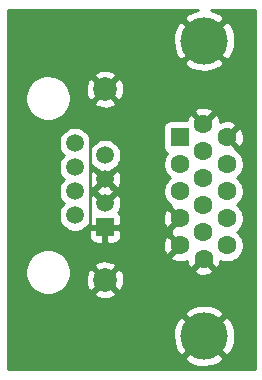
<source format=gtl>
G04 #@! TF.GenerationSoftware,KiCad,Pcbnew,(5.1.8)-1*
G04 #@! TF.CreationDate,2023-06-17T02:04:58+09:00*
G04 #@! TF.ProjectId,VGAFRJ45,56474146-524a-4343-952e-6b696361645f,rev?*
G04 #@! TF.SameCoordinates,PX9157080PY791ddc0*
G04 #@! TF.FileFunction,Copper,L1,Top*
G04 #@! TF.FilePolarity,Positive*
%FSLAX46Y46*%
G04 Gerber Fmt 4.6, Leading zero omitted, Abs format (unit mm)*
G04 Created by KiCad (PCBNEW (5.1.8)-1) date 2023-06-17 02:04:58*
%MOMM*%
%LPD*%
G01*
G04 APERTURE LIST*
G04 #@! TA.AperFunction,ComponentPad*
%ADD10C,2.000000*%
G04 #@! TD*
G04 #@! TA.AperFunction,ComponentPad*
%ADD11C,1.500000*%
G04 #@! TD*
G04 #@! TA.AperFunction,ComponentPad*
%ADD12R,1.500000X1.500000*%
G04 #@! TD*
G04 #@! TA.AperFunction,ComponentPad*
%ADD13C,1.600000*%
G04 #@! TD*
G04 #@! TA.AperFunction,ComponentPad*
%ADD14C,4.000000*%
G04 #@! TD*
G04 #@! TA.AperFunction,ComponentPad*
%ADD15R,1.600000X1.600000*%
G04 #@! TD*
G04 #@! TA.AperFunction,ViaPad*
%ADD16C,0.800000*%
G04 #@! TD*
G04 #@! TA.AperFunction,Conductor*
%ADD17C,0.250000*%
G04 #@! TD*
G04 #@! TA.AperFunction,Conductor*
%ADD18C,0.254000*%
G04 #@! TD*
G04 #@! TA.AperFunction,Conductor*
%ADD19C,0.100000*%
G04 #@! TD*
G04 APERTURE END LIST*
D10*
X8890000Y24384000D03*
X8890000Y8255000D03*
D11*
X6350000Y19812000D03*
X6350000Y13716000D03*
X8890000Y14732000D03*
X6350000Y15748000D03*
X8890000Y16764000D03*
X6350000Y17780000D03*
X8890000Y18796000D03*
D12*
X8890000Y12700000D03*
D13*
X17240000Y10033000D03*
D14*
X17290000Y28505000D03*
X17290000Y3505000D03*
D13*
X19200000Y11160000D03*
X19200000Y13450000D03*
X19200000Y15740000D03*
X19200000Y18030000D03*
X19200000Y20320000D03*
X17220000Y12305000D03*
X17220000Y14595000D03*
X17220000Y16885000D03*
X17220000Y19175000D03*
X17220000Y21465000D03*
X15240000Y11160000D03*
X15240000Y13450000D03*
X15240000Y15740000D03*
X15240000Y18030000D03*
D15*
X15240000Y20320000D03*
D16*
X7620000Y22479000D03*
D17*
X8763000Y12827000D02*
X8890000Y12700000D01*
X7620000Y12827000D02*
X8763000Y12827000D01*
X7620000Y22479000D02*
X7620000Y12827000D01*
D18*
X16255474Y30942279D02*
X15838228Y30719258D01*
X15622106Y30352499D01*
X17290000Y28684605D01*
X18957894Y30352499D01*
X18741772Y30719258D01*
X18281895Y30959938D01*
X17839287Y31090000D01*
X21565001Y31090000D01*
X21565000Y660000D01*
X660000Y660000D01*
X660000Y1657501D01*
X15622106Y1657501D01*
X15838228Y1290742D01*
X16298105Y1050062D01*
X16796098Y903725D01*
X17313071Y857352D01*
X17829159Y912727D01*
X18324526Y1067721D01*
X18741772Y1290742D01*
X18957894Y1657501D01*
X17290000Y3325395D01*
X15622106Y1657501D01*
X660000Y1657501D01*
X660000Y3481929D01*
X14642352Y3481929D01*
X14697727Y2965841D01*
X14852721Y2470474D01*
X15075742Y2053228D01*
X15442501Y1837106D01*
X17110395Y3505000D01*
X17469605Y3505000D01*
X19137499Y1837106D01*
X19504258Y2053228D01*
X19744938Y2513105D01*
X19891275Y3011098D01*
X19937648Y3528071D01*
X19882273Y4044159D01*
X19727279Y4539526D01*
X19504258Y4956772D01*
X19137499Y5172894D01*
X17469605Y3505000D01*
X17110395Y3505000D01*
X15442501Y5172894D01*
X15075742Y4956772D01*
X14835062Y4496895D01*
X14688725Y3998902D01*
X14642352Y3481929D01*
X660000Y3481929D01*
X660000Y5352499D01*
X15622106Y5352499D01*
X17290000Y3684605D01*
X18957894Y5352499D01*
X18741772Y5719258D01*
X18281895Y5959938D01*
X17783902Y6106275D01*
X17266929Y6152648D01*
X16750841Y6097273D01*
X16255474Y5942279D01*
X15838228Y5719258D01*
X15622106Y5352499D01*
X660000Y5352499D01*
X660000Y9080581D01*
X2129000Y9080581D01*
X2129000Y8699419D01*
X2203361Y8325581D01*
X2349225Y7973434D01*
X2560987Y7656509D01*
X2830509Y7386987D01*
X3147434Y7175225D01*
X3499581Y7029361D01*
X3873419Y6955000D01*
X4254581Y6955000D01*
X4628419Y7029361D01*
X4846243Y7119587D01*
X7934192Y7119587D01*
X8029956Y6855186D01*
X8319571Y6714296D01*
X8631108Y6632616D01*
X8952595Y6613282D01*
X9271675Y6657039D01*
X9576088Y6762205D01*
X9750044Y6855186D01*
X9845808Y7119587D01*
X8890000Y8075395D01*
X7934192Y7119587D01*
X4846243Y7119587D01*
X4980566Y7175225D01*
X5297491Y7386987D01*
X5567013Y7656509D01*
X5778775Y7973434D01*
X5869475Y8192405D01*
X7248282Y8192405D01*
X7292039Y7873325D01*
X7397205Y7568912D01*
X7490186Y7394956D01*
X7754587Y7299192D01*
X8710395Y8255000D01*
X9069605Y8255000D01*
X10025413Y7299192D01*
X10289814Y7394956D01*
X10430704Y7684571D01*
X10512384Y7996108D01*
X10531718Y8317595D01*
X10487961Y8636675D01*
X10382795Y8941088D01*
X10329767Y9040298D01*
X16426903Y9040298D01*
X16498486Y8796329D01*
X16753996Y8675429D01*
X17028184Y8606700D01*
X17310512Y8592783D01*
X17590130Y8634213D01*
X17856292Y8729397D01*
X17981514Y8796329D01*
X18053097Y9040298D01*
X17240000Y9853395D01*
X16426903Y9040298D01*
X10329767Y9040298D01*
X10289814Y9115044D01*
X10025413Y9210808D01*
X9069605Y8255000D01*
X8710395Y8255000D01*
X7754587Y9210808D01*
X7490186Y9115044D01*
X7349296Y8825429D01*
X7267616Y8513892D01*
X7248282Y8192405D01*
X5869475Y8192405D01*
X5924639Y8325581D01*
X5999000Y8699419D01*
X5999000Y9080581D01*
X5937371Y9390413D01*
X7934192Y9390413D01*
X8890000Y8434605D01*
X9845808Y9390413D01*
X9750044Y9654814D01*
X9460429Y9795704D01*
X9148892Y9877384D01*
X8827405Y9896718D01*
X8508325Y9852961D01*
X8203912Y9747795D01*
X8029956Y9654814D01*
X7934192Y9390413D01*
X5937371Y9390413D01*
X5924639Y9454419D01*
X5778775Y9806566D01*
X5567013Y10123491D01*
X5297491Y10393013D01*
X4980566Y10604775D01*
X4628419Y10750639D01*
X4254581Y10825000D01*
X3873419Y10825000D01*
X3499581Y10750639D01*
X3147434Y10604775D01*
X2830509Y10393013D01*
X2560987Y10123491D01*
X2349225Y9806566D01*
X2203361Y9454419D01*
X2129000Y9080581D01*
X660000Y9080581D01*
X660000Y11089488D01*
X13799783Y11089488D01*
X13841213Y10809870D01*
X13936397Y10543708D01*
X14003329Y10418486D01*
X14247298Y10346903D01*
X15060395Y11160000D01*
X14247298Y11973097D01*
X14003329Y11901514D01*
X13882429Y11646004D01*
X13813700Y11371816D01*
X13799783Y11089488D01*
X660000Y11089488D01*
X660000Y11950000D01*
X7501928Y11950000D01*
X7514188Y11825518D01*
X7550498Y11705820D01*
X7609463Y11595506D01*
X7688815Y11498815D01*
X7785506Y11419463D01*
X7895820Y11360498D01*
X8015518Y11324188D01*
X8140000Y11311928D01*
X8604250Y11315000D01*
X8763000Y11473750D01*
X8763000Y12573000D01*
X9017000Y12573000D01*
X9017000Y11473750D01*
X9175750Y11315000D01*
X9640000Y11311928D01*
X9764482Y11324188D01*
X9884180Y11360498D01*
X9994494Y11419463D01*
X10091185Y11498815D01*
X10170537Y11595506D01*
X10229502Y11705820D01*
X10265812Y11825518D01*
X10278072Y11950000D01*
X10275000Y12414250D01*
X10116250Y12573000D01*
X9017000Y12573000D01*
X8763000Y12573000D01*
X7663750Y12573000D01*
X7505000Y12414250D01*
X7501928Y11950000D01*
X660000Y11950000D01*
X660000Y19948411D01*
X4965000Y19948411D01*
X4965000Y19675589D01*
X5018225Y19408011D01*
X5122629Y19155957D01*
X5274201Y18929114D01*
X5407315Y18796000D01*
X5274201Y18662886D01*
X5122629Y18436043D01*
X5018225Y18183989D01*
X4965000Y17916411D01*
X4965000Y17643589D01*
X5018225Y17376011D01*
X5122629Y17123957D01*
X5274201Y16897114D01*
X5407315Y16764000D01*
X5274201Y16630886D01*
X5122629Y16404043D01*
X5018225Y16151989D01*
X4965000Y15884411D01*
X4965000Y15611589D01*
X5018225Y15344011D01*
X5122629Y15091957D01*
X5274201Y14865114D01*
X5407315Y14732000D01*
X5274201Y14598886D01*
X5122629Y14372043D01*
X5018225Y14119989D01*
X4965000Y13852411D01*
X4965000Y13579589D01*
X5018225Y13312011D01*
X5122629Y13059957D01*
X5274201Y12833114D01*
X5467114Y12640201D01*
X5693957Y12488629D01*
X5946011Y12384225D01*
X6213589Y12331000D01*
X6486411Y12331000D01*
X6753989Y12384225D01*
X7006043Y12488629D01*
X7232886Y12640201D01*
X7425799Y12833114D01*
X7518660Y12972090D01*
X7663750Y12827000D01*
X8763000Y12827000D01*
X8763000Y12847000D01*
X9017000Y12847000D01*
X9017000Y12827000D01*
X10116250Y12827000D01*
X10275000Y12985750D01*
X10277605Y13379488D01*
X13799783Y13379488D01*
X13841213Y13099870D01*
X13936397Y12833708D01*
X14003329Y12708486D01*
X14247298Y12636903D01*
X15060395Y13450000D01*
X14247298Y14263097D01*
X14003329Y14191514D01*
X13882429Y13936004D01*
X13813700Y13661816D01*
X13799783Y13379488D01*
X10277605Y13379488D01*
X10278072Y13450000D01*
X10265812Y13574482D01*
X10229502Y13694180D01*
X10170537Y13804494D01*
X10091185Y13901185D01*
X9994494Y13980537D01*
X9976521Y13990144D01*
X10085860Y14020137D01*
X10201760Y14267116D01*
X10267250Y14531960D01*
X10279812Y14804492D01*
X10238965Y15074238D01*
X10146277Y15330832D01*
X10085860Y15443863D01*
X9846993Y15509388D01*
X9069605Y14732000D01*
X9083748Y14717857D01*
X8904143Y14538252D01*
X8890000Y14552395D01*
X8875858Y14538252D01*
X8696253Y14717857D01*
X8710395Y14732000D01*
X7933007Y15509388D01*
X7702070Y15446038D01*
X7735000Y15611589D01*
X7735000Y15807007D01*
X8112612Y15807007D01*
X8128799Y15748000D01*
X8112612Y15688993D01*
X8157222Y15644383D01*
X8178137Y15568140D01*
X8282386Y15519219D01*
X8890000Y14911605D01*
X9484583Y15506188D01*
X9488832Y15507723D01*
X9601863Y15568140D01*
X9622778Y15644383D01*
X9667388Y15688993D01*
X9651201Y15748000D01*
X9667388Y15807007D01*
X9622778Y15851617D01*
X9601863Y15927860D01*
X9497614Y15976781D01*
X8890000Y16584395D01*
X8295417Y15989812D01*
X8291168Y15988277D01*
X8178137Y15927860D01*
X8157222Y15851617D01*
X8112612Y15807007D01*
X7735000Y15807007D01*
X7735000Y15884411D01*
X7702070Y16049962D01*
X7933007Y15986612D01*
X8710395Y16764000D01*
X9069605Y16764000D01*
X9846993Y15986612D01*
X10085860Y16052137D01*
X10201760Y16299116D01*
X10267250Y16563960D01*
X10279812Y16836492D01*
X10238965Y17106238D01*
X10146277Y17362832D01*
X10085860Y17475863D01*
X9846993Y17541388D01*
X9069605Y16764000D01*
X8710395Y16764000D01*
X7933007Y17541388D01*
X7702070Y17478038D01*
X7735000Y17643589D01*
X7735000Y17916411D01*
X7702362Y18080493D01*
X7814201Y17913114D01*
X8007114Y17720201D01*
X8233957Y17568629D01*
X8286910Y17546695D01*
X8890000Y16943605D01*
X9493090Y17546695D01*
X9546043Y17568629D01*
X9772886Y17720201D01*
X9965799Y17913114D01*
X10117371Y18139957D01*
X10221775Y18392011D01*
X10275000Y18659589D01*
X10275000Y18932411D01*
X10221775Y19199989D01*
X10117371Y19452043D01*
X9965799Y19678886D01*
X9772886Y19871799D01*
X9546043Y20023371D01*
X9293989Y20127775D01*
X9026411Y20181000D01*
X8753589Y20181000D01*
X8486011Y20127775D01*
X8233957Y20023371D01*
X8007114Y19871799D01*
X7814201Y19678886D01*
X7702362Y19511507D01*
X7735000Y19675589D01*
X7735000Y19948411D01*
X7681775Y20215989D01*
X7577371Y20468043D01*
X7425799Y20694886D01*
X7232886Y20887799D01*
X7006043Y21039371D01*
X6811388Y21120000D01*
X13801928Y21120000D01*
X13801928Y19520000D01*
X13814188Y19395518D01*
X13850498Y19275820D01*
X13909463Y19165506D01*
X13988815Y19068815D01*
X14085506Y18989463D01*
X14140612Y18960008D01*
X14125363Y18944759D01*
X13968320Y18709727D01*
X13860147Y18448574D01*
X13805000Y18171335D01*
X13805000Y17888665D01*
X13860147Y17611426D01*
X13968320Y17350273D01*
X14125363Y17115241D01*
X14325241Y16915363D01*
X14370683Y16885000D01*
X14325241Y16854637D01*
X14125363Y16654759D01*
X13968320Y16419727D01*
X13860147Y16158574D01*
X13805000Y15881335D01*
X13805000Y15598665D01*
X13860147Y15321426D01*
X13968320Y15060273D01*
X14125363Y14825241D01*
X14325241Y14625363D01*
X14455049Y14538628D01*
X14426903Y14442702D01*
X15240000Y13629605D01*
X15254143Y13643747D01*
X15433748Y13464142D01*
X15419605Y13450000D01*
X15433748Y13435857D01*
X15254143Y13256252D01*
X15240000Y13270395D01*
X14426903Y12457298D01*
X14471589Y12305000D01*
X14426903Y12152702D01*
X15240000Y11339605D01*
X15254143Y11353747D01*
X15433748Y11174142D01*
X15419605Y11160000D01*
X15433748Y11145857D01*
X15254143Y10966252D01*
X15240000Y10980395D01*
X14426903Y10167298D01*
X14498486Y9923329D01*
X14753996Y9802429D01*
X15028184Y9733700D01*
X15310512Y9719783D01*
X15590130Y9761213D01*
X15817555Y9842544D01*
X15841213Y9682870D01*
X15936397Y9416708D01*
X16003329Y9291486D01*
X16247298Y9219903D01*
X17060395Y10033000D01*
X17046253Y10047142D01*
X17225858Y10226747D01*
X17240000Y10212605D01*
X17254143Y10226747D01*
X17433748Y10047142D01*
X17419605Y10033000D01*
X18232702Y9219903D01*
X18476671Y9291486D01*
X18597571Y9546996D01*
X18666300Y9821184D01*
X18666621Y9827701D01*
X18781426Y9780147D01*
X19058665Y9725000D01*
X19341335Y9725000D01*
X19618574Y9780147D01*
X19879727Y9888320D01*
X20114759Y10045363D01*
X20314637Y10245241D01*
X20471680Y10480273D01*
X20579853Y10741426D01*
X20635000Y11018665D01*
X20635000Y11301335D01*
X20579853Y11578574D01*
X20471680Y11839727D01*
X20314637Y12074759D01*
X20114759Y12274637D01*
X20069317Y12305000D01*
X20114759Y12335363D01*
X20314637Y12535241D01*
X20471680Y12770273D01*
X20579853Y13031426D01*
X20635000Y13308665D01*
X20635000Y13591335D01*
X20579853Y13868574D01*
X20471680Y14129727D01*
X20314637Y14364759D01*
X20114759Y14564637D01*
X20069317Y14595000D01*
X20114759Y14625363D01*
X20314637Y14825241D01*
X20471680Y15060273D01*
X20579853Y15321426D01*
X20635000Y15598665D01*
X20635000Y15881335D01*
X20579853Y16158574D01*
X20471680Y16419727D01*
X20314637Y16654759D01*
X20114759Y16854637D01*
X20069317Y16885000D01*
X20114759Y16915363D01*
X20314637Y17115241D01*
X20471680Y17350273D01*
X20579853Y17611426D01*
X20635000Y17888665D01*
X20635000Y18171335D01*
X20579853Y18448574D01*
X20471680Y18709727D01*
X20314637Y18944759D01*
X20114759Y19144637D01*
X19984951Y19231372D01*
X20013097Y19327298D01*
X19200000Y20140395D01*
X19185858Y20126252D01*
X19006253Y20305857D01*
X19020395Y20320000D01*
X19379605Y20320000D01*
X20192702Y19506903D01*
X20436671Y19578486D01*
X20557571Y19833996D01*
X20626300Y20108184D01*
X20640217Y20390512D01*
X20598787Y20670130D01*
X20503603Y20936292D01*
X20436671Y21061514D01*
X20192702Y21133097D01*
X19379605Y20320000D01*
X19020395Y20320000D01*
X19006253Y20334142D01*
X19185858Y20513747D01*
X19200000Y20499605D01*
X20013097Y21312702D01*
X19941514Y21556671D01*
X19686004Y21677571D01*
X19411816Y21746300D01*
X19129488Y21760217D01*
X18849870Y21718787D01*
X18643972Y21645154D01*
X18618787Y21815130D01*
X18523603Y22081292D01*
X18456671Y22206514D01*
X18212702Y22278097D01*
X17399605Y21465000D01*
X17413748Y21450857D01*
X17234143Y21271252D01*
X17220000Y21285395D01*
X17205858Y21271252D01*
X17026253Y21450857D01*
X17040395Y21465000D01*
X16227298Y22278097D01*
X15983329Y22206514D01*
X15862429Y21951004D01*
X15814068Y21758072D01*
X14440000Y21758072D01*
X14315518Y21745812D01*
X14195820Y21709502D01*
X14085506Y21650537D01*
X13988815Y21571185D01*
X13909463Y21474494D01*
X13850498Y21364180D01*
X13814188Y21244482D01*
X13801928Y21120000D01*
X6811388Y21120000D01*
X6753989Y21143775D01*
X6486411Y21197000D01*
X6213589Y21197000D01*
X5946011Y21143775D01*
X5693957Y21039371D01*
X5467114Y20887799D01*
X5274201Y20694886D01*
X5122629Y20468043D01*
X5018225Y20215989D01*
X4965000Y19948411D01*
X660000Y19948411D01*
X660000Y23812581D01*
X2129000Y23812581D01*
X2129000Y23431419D01*
X2203361Y23057581D01*
X2349225Y22705434D01*
X2560987Y22388509D01*
X2830509Y22118987D01*
X3147434Y21907225D01*
X3499581Y21761361D01*
X3873419Y21687000D01*
X4254581Y21687000D01*
X4628419Y21761361D01*
X4980566Y21907225D01*
X5297491Y22118987D01*
X5567013Y22388509D01*
X5613246Y22457702D01*
X16406903Y22457702D01*
X17220000Y21644605D01*
X18033097Y22457702D01*
X17961514Y22701671D01*
X17706004Y22822571D01*
X17431816Y22891300D01*
X17149488Y22905217D01*
X16869870Y22863787D01*
X16603708Y22768603D01*
X16478486Y22701671D01*
X16406903Y22457702D01*
X5613246Y22457702D01*
X5778775Y22705434D01*
X5924639Y23057581D01*
X5962632Y23248587D01*
X7934192Y23248587D01*
X8029956Y22984186D01*
X8319571Y22843296D01*
X8631108Y22761616D01*
X8952595Y22742282D01*
X9271675Y22786039D01*
X9576088Y22891205D01*
X9750044Y22984186D01*
X9845808Y23248587D01*
X8890000Y24204395D01*
X7934192Y23248587D01*
X5962632Y23248587D01*
X5999000Y23431419D01*
X5999000Y23812581D01*
X5924639Y24186419D01*
X5868726Y24321405D01*
X7248282Y24321405D01*
X7292039Y24002325D01*
X7397205Y23697912D01*
X7490186Y23523956D01*
X7754587Y23428192D01*
X8710395Y24384000D01*
X9069605Y24384000D01*
X10025413Y23428192D01*
X10289814Y23523956D01*
X10430704Y23813571D01*
X10512384Y24125108D01*
X10531718Y24446595D01*
X10487961Y24765675D01*
X10382795Y25070088D01*
X10289814Y25244044D01*
X10025413Y25339808D01*
X9069605Y24384000D01*
X8710395Y24384000D01*
X7754587Y25339808D01*
X7490186Y25244044D01*
X7349296Y24954429D01*
X7267616Y24642892D01*
X7248282Y24321405D01*
X5868726Y24321405D01*
X5778775Y24538566D01*
X5567013Y24855491D01*
X5297491Y25125013D01*
X4980566Y25336775D01*
X4628419Y25482639D01*
X4443544Y25519413D01*
X7934192Y25519413D01*
X8890000Y24563605D01*
X9845808Y25519413D01*
X9750044Y25783814D01*
X9460429Y25924704D01*
X9148892Y26006384D01*
X8827405Y26025718D01*
X8508325Y25981961D01*
X8203912Y25876795D01*
X8029956Y25783814D01*
X7934192Y25519413D01*
X4443544Y25519413D01*
X4254581Y25557000D01*
X3873419Y25557000D01*
X3499581Y25482639D01*
X3147434Y25336775D01*
X2830509Y25125013D01*
X2560987Y24855491D01*
X2349225Y24538566D01*
X2203361Y24186419D01*
X2129000Y23812581D01*
X660000Y23812581D01*
X660000Y26657501D01*
X15622106Y26657501D01*
X15838228Y26290742D01*
X16298105Y26050062D01*
X16796098Y25903725D01*
X17313071Y25857352D01*
X17829159Y25912727D01*
X18324526Y26067721D01*
X18741772Y26290742D01*
X18957894Y26657501D01*
X17290000Y28325395D01*
X15622106Y26657501D01*
X660000Y26657501D01*
X660000Y28481929D01*
X14642352Y28481929D01*
X14697727Y27965841D01*
X14852721Y27470474D01*
X15075742Y27053228D01*
X15442501Y26837106D01*
X17110395Y28505000D01*
X17469605Y28505000D01*
X19137499Y26837106D01*
X19504258Y27053228D01*
X19744938Y27513105D01*
X19891275Y28011098D01*
X19937648Y28528071D01*
X19882273Y29044159D01*
X19727279Y29539526D01*
X19504258Y29956772D01*
X19137499Y30172894D01*
X17469605Y28505000D01*
X17110395Y28505000D01*
X15442501Y30172894D01*
X15075742Y29956772D01*
X14835062Y29496895D01*
X14688725Y28998902D01*
X14642352Y28481929D01*
X660000Y28481929D01*
X660000Y31090000D01*
X16727596Y31090000D01*
X16255474Y30942279D01*
G04 #@! TA.AperFunction,Conductor*
D19*
G36*
X16255474Y30942279D02*
G01*
X15838228Y30719258D01*
X15622106Y30352499D01*
X17290000Y28684605D01*
X18957894Y30352499D01*
X18741772Y30719258D01*
X18281895Y30959938D01*
X17839287Y31090000D01*
X21565001Y31090000D01*
X21565000Y660000D01*
X660000Y660000D01*
X660000Y1657501D01*
X15622106Y1657501D01*
X15838228Y1290742D01*
X16298105Y1050062D01*
X16796098Y903725D01*
X17313071Y857352D01*
X17829159Y912727D01*
X18324526Y1067721D01*
X18741772Y1290742D01*
X18957894Y1657501D01*
X17290000Y3325395D01*
X15622106Y1657501D01*
X660000Y1657501D01*
X660000Y3481929D01*
X14642352Y3481929D01*
X14697727Y2965841D01*
X14852721Y2470474D01*
X15075742Y2053228D01*
X15442501Y1837106D01*
X17110395Y3505000D01*
X17469605Y3505000D01*
X19137499Y1837106D01*
X19504258Y2053228D01*
X19744938Y2513105D01*
X19891275Y3011098D01*
X19937648Y3528071D01*
X19882273Y4044159D01*
X19727279Y4539526D01*
X19504258Y4956772D01*
X19137499Y5172894D01*
X17469605Y3505000D01*
X17110395Y3505000D01*
X15442501Y5172894D01*
X15075742Y4956772D01*
X14835062Y4496895D01*
X14688725Y3998902D01*
X14642352Y3481929D01*
X660000Y3481929D01*
X660000Y5352499D01*
X15622106Y5352499D01*
X17290000Y3684605D01*
X18957894Y5352499D01*
X18741772Y5719258D01*
X18281895Y5959938D01*
X17783902Y6106275D01*
X17266929Y6152648D01*
X16750841Y6097273D01*
X16255474Y5942279D01*
X15838228Y5719258D01*
X15622106Y5352499D01*
X660000Y5352499D01*
X660000Y9080581D01*
X2129000Y9080581D01*
X2129000Y8699419D01*
X2203361Y8325581D01*
X2349225Y7973434D01*
X2560987Y7656509D01*
X2830509Y7386987D01*
X3147434Y7175225D01*
X3499581Y7029361D01*
X3873419Y6955000D01*
X4254581Y6955000D01*
X4628419Y7029361D01*
X4846243Y7119587D01*
X7934192Y7119587D01*
X8029956Y6855186D01*
X8319571Y6714296D01*
X8631108Y6632616D01*
X8952595Y6613282D01*
X9271675Y6657039D01*
X9576088Y6762205D01*
X9750044Y6855186D01*
X9845808Y7119587D01*
X8890000Y8075395D01*
X7934192Y7119587D01*
X4846243Y7119587D01*
X4980566Y7175225D01*
X5297491Y7386987D01*
X5567013Y7656509D01*
X5778775Y7973434D01*
X5869475Y8192405D01*
X7248282Y8192405D01*
X7292039Y7873325D01*
X7397205Y7568912D01*
X7490186Y7394956D01*
X7754587Y7299192D01*
X8710395Y8255000D01*
X9069605Y8255000D01*
X10025413Y7299192D01*
X10289814Y7394956D01*
X10430704Y7684571D01*
X10512384Y7996108D01*
X10531718Y8317595D01*
X10487961Y8636675D01*
X10382795Y8941088D01*
X10329767Y9040298D01*
X16426903Y9040298D01*
X16498486Y8796329D01*
X16753996Y8675429D01*
X17028184Y8606700D01*
X17310512Y8592783D01*
X17590130Y8634213D01*
X17856292Y8729397D01*
X17981514Y8796329D01*
X18053097Y9040298D01*
X17240000Y9853395D01*
X16426903Y9040298D01*
X10329767Y9040298D01*
X10289814Y9115044D01*
X10025413Y9210808D01*
X9069605Y8255000D01*
X8710395Y8255000D01*
X7754587Y9210808D01*
X7490186Y9115044D01*
X7349296Y8825429D01*
X7267616Y8513892D01*
X7248282Y8192405D01*
X5869475Y8192405D01*
X5924639Y8325581D01*
X5999000Y8699419D01*
X5999000Y9080581D01*
X5937371Y9390413D01*
X7934192Y9390413D01*
X8890000Y8434605D01*
X9845808Y9390413D01*
X9750044Y9654814D01*
X9460429Y9795704D01*
X9148892Y9877384D01*
X8827405Y9896718D01*
X8508325Y9852961D01*
X8203912Y9747795D01*
X8029956Y9654814D01*
X7934192Y9390413D01*
X5937371Y9390413D01*
X5924639Y9454419D01*
X5778775Y9806566D01*
X5567013Y10123491D01*
X5297491Y10393013D01*
X4980566Y10604775D01*
X4628419Y10750639D01*
X4254581Y10825000D01*
X3873419Y10825000D01*
X3499581Y10750639D01*
X3147434Y10604775D01*
X2830509Y10393013D01*
X2560987Y10123491D01*
X2349225Y9806566D01*
X2203361Y9454419D01*
X2129000Y9080581D01*
X660000Y9080581D01*
X660000Y11089488D01*
X13799783Y11089488D01*
X13841213Y10809870D01*
X13936397Y10543708D01*
X14003329Y10418486D01*
X14247298Y10346903D01*
X15060395Y11160000D01*
X14247298Y11973097D01*
X14003329Y11901514D01*
X13882429Y11646004D01*
X13813700Y11371816D01*
X13799783Y11089488D01*
X660000Y11089488D01*
X660000Y11950000D01*
X7501928Y11950000D01*
X7514188Y11825518D01*
X7550498Y11705820D01*
X7609463Y11595506D01*
X7688815Y11498815D01*
X7785506Y11419463D01*
X7895820Y11360498D01*
X8015518Y11324188D01*
X8140000Y11311928D01*
X8604250Y11315000D01*
X8763000Y11473750D01*
X8763000Y12573000D01*
X9017000Y12573000D01*
X9017000Y11473750D01*
X9175750Y11315000D01*
X9640000Y11311928D01*
X9764482Y11324188D01*
X9884180Y11360498D01*
X9994494Y11419463D01*
X10091185Y11498815D01*
X10170537Y11595506D01*
X10229502Y11705820D01*
X10265812Y11825518D01*
X10278072Y11950000D01*
X10275000Y12414250D01*
X10116250Y12573000D01*
X9017000Y12573000D01*
X8763000Y12573000D01*
X7663750Y12573000D01*
X7505000Y12414250D01*
X7501928Y11950000D01*
X660000Y11950000D01*
X660000Y19948411D01*
X4965000Y19948411D01*
X4965000Y19675589D01*
X5018225Y19408011D01*
X5122629Y19155957D01*
X5274201Y18929114D01*
X5407315Y18796000D01*
X5274201Y18662886D01*
X5122629Y18436043D01*
X5018225Y18183989D01*
X4965000Y17916411D01*
X4965000Y17643589D01*
X5018225Y17376011D01*
X5122629Y17123957D01*
X5274201Y16897114D01*
X5407315Y16764000D01*
X5274201Y16630886D01*
X5122629Y16404043D01*
X5018225Y16151989D01*
X4965000Y15884411D01*
X4965000Y15611589D01*
X5018225Y15344011D01*
X5122629Y15091957D01*
X5274201Y14865114D01*
X5407315Y14732000D01*
X5274201Y14598886D01*
X5122629Y14372043D01*
X5018225Y14119989D01*
X4965000Y13852411D01*
X4965000Y13579589D01*
X5018225Y13312011D01*
X5122629Y13059957D01*
X5274201Y12833114D01*
X5467114Y12640201D01*
X5693957Y12488629D01*
X5946011Y12384225D01*
X6213589Y12331000D01*
X6486411Y12331000D01*
X6753989Y12384225D01*
X7006043Y12488629D01*
X7232886Y12640201D01*
X7425799Y12833114D01*
X7518660Y12972090D01*
X7663750Y12827000D01*
X8763000Y12827000D01*
X8763000Y12847000D01*
X9017000Y12847000D01*
X9017000Y12827000D01*
X10116250Y12827000D01*
X10275000Y12985750D01*
X10277605Y13379488D01*
X13799783Y13379488D01*
X13841213Y13099870D01*
X13936397Y12833708D01*
X14003329Y12708486D01*
X14247298Y12636903D01*
X15060395Y13450000D01*
X14247298Y14263097D01*
X14003329Y14191514D01*
X13882429Y13936004D01*
X13813700Y13661816D01*
X13799783Y13379488D01*
X10277605Y13379488D01*
X10278072Y13450000D01*
X10265812Y13574482D01*
X10229502Y13694180D01*
X10170537Y13804494D01*
X10091185Y13901185D01*
X9994494Y13980537D01*
X9976521Y13990144D01*
X10085860Y14020137D01*
X10201760Y14267116D01*
X10267250Y14531960D01*
X10279812Y14804492D01*
X10238965Y15074238D01*
X10146277Y15330832D01*
X10085860Y15443863D01*
X9846993Y15509388D01*
X9069605Y14732000D01*
X9083748Y14717857D01*
X8904143Y14538252D01*
X8890000Y14552395D01*
X8875858Y14538252D01*
X8696253Y14717857D01*
X8710395Y14732000D01*
X7933007Y15509388D01*
X7702070Y15446038D01*
X7735000Y15611589D01*
X7735000Y15807007D01*
X8112612Y15807007D01*
X8128799Y15748000D01*
X8112612Y15688993D01*
X8157222Y15644383D01*
X8178137Y15568140D01*
X8282386Y15519219D01*
X8890000Y14911605D01*
X9484583Y15506188D01*
X9488832Y15507723D01*
X9601863Y15568140D01*
X9622778Y15644383D01*
X9667388Y15688993D01*
X9651201Y15748000D01*
X9667388Y15807007D01*
X9622778Y15851617D01*
X9601863Y15927860D01*
X9497614Y15976781D01*
X8890000Y16584395D01*
X8295417Y15989812D01*
X8291168Y15988277D01*
X8178137Y15927860D01*
X8157222Y15851617D01*
X8112612Y15807007D01*
X7735000Y15807007D01*
X7735000Y15884411D01*
X7702070Y16049962D01*
X7933007Y15986612D01*
X8710395Y16764000D01*
X9069605Y16764000D01*
X9846993Y15986612D01*
X10085860Y16052137D01*
X10201760Y16299116D01*
X10267250Y16563960D01*
X10279812Y16836492D01*
X10238965Y17106238D01*
X10146277Y17362832D01*
X10085860Y17475863D01*
X9846993Y17541388D01*
X9069605Y16764000D01*
X8710395Y16764000D01*
X7933007Y17541388D01*
X7702070Y17478038D01*
X7735000Y17643589D01*
X7735000Y17916411D01*
X7702362Y18080493D01*
X7814201Y17913114D01*
X8007114Y17720201D01*
X8233957Y17568629D01*
X8286910Y17546695D01*
X8890000Y16943605D01*
X9493090Y17546695D01*
X9546043Y17568629D01*
X9772886Y17720201D01*
X9965799Y17913114D01*
X10117371Y18139957D01*
X10221775Y18392011D01*
X10275000Y18659589D01*
X10275000Y18932411D01*
X10221775Y19199989D01*
X10117371Y19452043D01*
X9965799Y19678886D01*
X9772886Y19871799D01*
X9546043Y20023371D01*
X9293989Y20127775D01*
X9026411Y20181000D01*
X8753589Y20181000D01*
X8486011Y20127775D01*
X8233957Y20023371D01*
X8007114Y19871799D01*
X7814201Y19678886D01*
X7702362Y19511507D01*
X7735000Y19675589D01*
X7735000Y19948411D01*
X7681775Y20215989D01*
X7577371Y20468043D01*
X7425799Y20694886D01*
X7232886Y20887799D01*
X7006043Y21039371D01*
X6811388Y21120000D01*
X13801928Y21120000D01*
X13801928Y19520000D01*
X13814188Y19395518D01*
X13850498Y19275820D01*
X13909463Y19165506D01*
X13988815Y19068815D01*
X14085506Y18989463D01*
X14140612Y18960008D01*
X14125363Y18944759D01*
X13968320Y18709727D01*
X13860147Y18448574D01*
X13805000Y18171335D01*
X13805000Y17888665D01*
X13860147Y17611426D01*
X13968320Y17350273D01*
X14125363Y17115241D01*
X14325241Y16915363D01*
X14370683Y16885000D01*
X14325241Y16854637D01*
X14125363Y16654759D01*
X13968320Y16419727D01*
X13860147Y16158574D01*
X13805000Y15881335D01*
X13805000Y15598665D01*
X13860147Y15321426D01*
X13968320Y15060273D01*
X14125363Y14825241D01*
X14325241Y14625363D01*
X14455049Y14538628D01*
X14426903Y14442702D01*
X15240000Y13629605D01*
X15254143Y13643747D01*
X15433748Y13464142D01*
X15419605Y13450000D01*
X15433748Y13435857D01*
X15254143Y13256252D01*
X15240000Y13270395D01*
X14426903Y12457298D01*
X14471589Y12305000D01*
X14426903Y12152702D01*
X15240000Y11339605D01*
X15254143Y11353747D01*
X15433748Y11174142D01*
X15419605Y11160000D01*
X15433748Y11145857D01*
X15254143Y10966252D01*
X15240000Y10980395D01*
X14426903Y10167298D01*
X14498486Y9923329D01*
X14753996Y9802429D01*
X15028184Y9733700D01*
X15310512Y9719783D01*
X15590130Y9761213D01*
X15817555Y9842544D01*
X15841213Y9682870D01*
X15936397Y9416708D01*
X16003329Y9291486D01*
X16247298Y9219903D01*
X17060395Y10033000D01*
X17046253Y10047142D01*
X17225858Y10226747D01*
X17240000Y10212605D01*
X17254143Y10226747D01*
X17433748Y10047142D01*
X17419605Y10033000D01*
X18232702Y9219903D01*
X18476671Y9291486D01*
X18597571Y9546996D01*
X18666300Y9821184D01*
X18666621Y9827701D01*
X18781426Y9780147D01*
X19058665Y9725000D01*
X19341335Y9725000D01*
X19618574Y9780147D01*
X19879727Y9888320D01*
X20114759Y10045363D01*
X20314637Y10245241D01*
X20471680Y10480273D01*
X20579853Y10741426D01*
X20635000Y11018665D01*
X20635000Y11301335D01*
X20579853Y11578574D01*
X20471680Y11839727D01*
X20314637Y12074759D01*
X20114759Y12274637D01*
X20069317Y12305000D01*
X20114759Y12335363D01*
X20314637Y12535241D01*
X20471680Y12770273D01*
X20579853Y13031426D01*
X20635000Y13308665D01*
X20635000Y13591335D01*
X20579853Y13868574D01*
X20471680Y14129727D01*
X20314637Y14364759D01*
X20114759Y14564637D01*
X20069317Y14595000D01*
X20114759Y14625363D01*
X20314637Y14825241D01*
X20471680Y15060273D01*
X20579853Y15321426D01*
X20635000Y15598665D01*
X20635000Y15881335D01*
X20579853Y16158574D01*
X20471680Y16419727D01*
X20314637Y16654759D01*
X20114759Y16854637D01*
X20069317Y16885000D01*
X20114759Y16915363D01*
X20314637Y17115241D01*
X20471680Y17350273D01*
X20579853Y17611426D01*
X20635000Y17888665D01*
X20635000Y18171335D01*
X20579853Y18448574D01*
X20471680Y18709727D01*
X20314637Y18944759D01*
X20114759Y19144637D01*
X19984951Y19231372D01*
X20013097Y19327298D01*
X19200000Y20140395D01*
X19185858Y20126252D01*
X19006253Y20305857D01*
X19020395Y20320000D01*
X19379605Y20320000D01*
X20192702Y19506903D01*
X20436671Y19578486D01*
X20557571Y19833996D01*
X20626300Y20108184D01*
X20640217Y20390512D01*
X20598787Y20670130D01*
X20503603Y20936292D01*
X20436671Y21061514D01*
X20192702Y21133097D01*
X19379605Y20320000D01*
X19020395Y20320000D01*
X19006253Y20334142D01*
X19185858Y20513747D01*
X19200000Y20499605D01*
X20013097Y21312702D01*
X19941514Y21556671D01*
X19686004Y21677571D01*
X19411816Y21746300D01*
X19129488Y21760217D01*
X18849870Y21718787D01*
X18643972Y21645154D01*
X18618787Y21815130D01*
X18523603Y22081292D01*
X18456671Y22206514D01*
X18212702Y22278097D01*
X17399605Y21465000D01*
X17413748Y21450857D01*
X17234143Y21271252D01*
X17220000Y21285395D01*
X17205858Y21271252D01*
X17026253Y21450857D01*
X17040395Y21465000D01*
X16227298Y22278097D01*
X15983329Y22206514D01*
X15862429Y21951004D01*
X15814068Y21758072D01*
X14440000Y21758072D01*
X14315518Y21745812D01*
X14195820Y21709502D01*
X14085506Y21650537D01*
X13988815Y21571185D01*
X13909463Y21474494D01*
X13850498Y21364180D01*
X13814188Y21244482D01*
X13801928Y21120000D01*
X6811388Y21120000D01*
X6753989Y21143775D01*
X6486411Y21197000D01*
X6213589Y21197000D01*
X5946011Y21143775D01*
X5693957Y21039371D01*
X5467114Y20887799D01*
X5274201Y20694886D01*
X5122629Y20468043D01*
X5018225Y20215989D01*
X4965000Y19948411D01*
X660000Y19948411D01*
X660000Y23812581D01*
X2129000Y23812581D01*
X2129000Y23431419D01*
X2203361Y23057581D01*
X2349225Y22705434D01*
X2560987Y22388509D01*
X2830509Y22118987D01*
X3147434Y21907225D01*
X3499581Y21761361D01*
X3873419Y21687000D01*
X4254581Y21687000D01*
X4628419Y21761361D01*
X4980566Y21907225D01*
X5297491Y22118987D01*
X5567013Y22388509D01*
X5613246Y22457702D01*
X16406903Y22457702D01*
X17220000Y21644605D01*
X18033097Y22457702D01*
X17961514Y22701671D01*
X17706004Y22822571D01*
X17431816Y22891300D01*
X17149488Y22905217D01*
X16869870Y22863787D01*
X16603708Y22768603D01*
X16478486Y22701671D01*
X16406903Y22457702D01*
X5613246Y22457702D01*
X5778775Y22705434D01*
X5924639Y23057581D01*
X5962632Y23248587D01*
X7934192Y23248587D01*
X8029956Y22984186D01*
X8319571Y22843296D01*
X8631108Y22761616D01*
X8952595Y22742282D01*
X9271675Y22786039D01*
X9576088Y22891205D01*
X9750044Y22984186D01*
X9845808Y23248587D01*
X8890000Y24204395D01*
X7934192Y23248587D01*
X5962632Y23248587D01*
X5999000Y23431419D01*
X5999000Y23812581D01*
X5924639Y24186419D01*
X5868726Y24321405D01*
X7248282Y24321405D01*
X7292039Y24002325D01*
X7397205Y23697912D01*
X7490186Y23523956D01*
X7754587Y23428192D01*
X8710395Y24384000D01*
X9069605Y24384000D01*
X10025413Y23428192D01*
X10289814Y23523956D01*
X10430704Y23813571D01*
X10512384Y24125108D01*
X10531718Y24446595D01*
X10487961Y24765675D01*
X10382795Y25070088D01*
X10289814Y25244044D01*
X10025413Y25339808D01*
X9069605Y24384000D01*
X8710395Y24384000D01*
X7754587Y25339808D01*
X7490186Y25244044D01*
X7349296Y24954429D01*
X7267616Y24642892D01*
X7248282Y24321405D01*
X5868726Y24321405D01*
X5778775Y24538566D01*
X5567013Y24855491D01*
X5297491Y25125013D01*
X4980566Y25336775D01*
X4628419Y25482639D01*
X4443544Y25519413D01*
X7934192Y25519413D01*
X8890000Y24563605D01*
X9845808Y25519413D01*
X9750044Y25783814D01*
X9460429Y25924704D01*
X9148892Y26006384D01*
X8827405Y26025718D01*
X8508325Y25981961D01*
X8203912Y25876795D01*
X8029956Y25783814D01*
X7934192Y25519413D01*
X4443544Y25519413D01*
X4254581Y25557000D01*
X3873419Y25557000D01*
X3499581Y25482639D01*
X3147434Y25336775D01*
X2830509Y25125013D01*
X2560987Y24855491D01*
X2349225Y24538566D01*
X2203361Y24186419D01*
X2129000Y23812581D01*
X660000Y23812581D01*
X660000Y26657501D01*
X15622106Y26657501D01*
X15838228Y26290742D01*
X16298105Y26050062D01*
X16796098Y25903725D01*
X17313071Y25857352D01*
X17829159Y25912727D01*
X18324526Y26067721D01*
X18741772Y26290742D01*
X18957894Y26657501D01*
X17290000Y28325395D01*
X15622106Y26657501D01*
X660000Y26657501D01*
X660000Y28481929D01*
X14642352Y28481929D01*
X14697727Y27965841D01*
X14852721Y27470474D01*
X15075742Y27053228D01*
X15442501Y26837106D01*
X17110395Y28505000D01*
X17469605Y28505000D01*
X19137499Y26837106D01*
X19504258Y27053228D01*
X19744938Y27513105D01*
X19891275Y28011098D01*
X19937648Y28528071D01*
X19882273Y29044159D01*
X19727279Y29539526D01*
X19504258Y29956772D01*
X19137499Y30172894D01*
X17469605Y28505000D01*
X17110395Y28505000D01*
X15442501Y30172894D01*
X15075742Y29956772D01*
X14835062Y29496895D01*
X14688725Y28998902D01*
X14642352Y28481929D01*
X660000Y28481929D01*
X660000Y31090000D01*
X16727596Y31090000D01*
X16255474Y30942279D01*
G37*
G04 #@! TD.AperFunction*
D18*
X17413748Y12319142D02*
X17399605Y12305000D01*
X17413748Y12290857D01*
X17234143Y12111252D01*
X17220000Y12125395D01*
X17205858Y12111252D01*
X17026253Y12290857D01*
X17040395Y12305000D01*
X17026253Y12319142D01*
X17205858Y12498747D01*
X17220000Y12484605D01*
X17234143Y12498747D01*
X17413748Y12319142D01*
G04 #@! TA.AperFunction,Conductor*
D19*
G36*
X17413748Y12319142D02*
G01*
X17399605Y12305000D01*
X17413748Y12290857D01*
X17234143Y12111252D01*
X17220000Y12125395D01*
X17205858Y12111252D01*
X17026253Y12290857D01*
X17040395Y12305000D01*
X17026253Y12319142D01*
X17205858Y12498747D01*
X17220000Y12484605D01*
X17234143Y12498747D01*
X17413748Y12319142D01*
G37*
G04 #@! TD.AperFunction*
D18*
X17413748Y14609142D02*
X17399605Y14595000D01*
X17413748Y14580857D01*
X17234143Y14401252D01*
X17220000Y14415395D01*
X17205858Y14401252D01*
X17026253Y14580857D01*
X17040395Y14595000D01*
X17026253Y14609142D01*
X17205858Y14788747D01*
X17220000Y14774605D01*
X17234143Y14788747D01*
X17413748Y14609142D01*
G04 #@! TA.AperFunction,Conductor*
D19*
G36*
X17413748Y14609142D02*
G01*
X17399605Y14595000D01*
X17413748Y14580857D01*
X17234143Y14401252D01*
X17220000Y14415395D01*
X17205858Y14401252D01*
X17026253Y14580857D01*
X17040395Y14595000D01*
X17026253Y14609142D01*
X17205858Y14788747D01*
X17220000Y14774605D01*
X17234143Y14788747D01*
X17413748Y14609142D01*
G37*
G04 #@! TD.AperFunction*
D18*
X17413748Y16899142D02*
X17399605Y16885000D01*
X17413748Y16870857D01*
X17234143Y16691252D01*
X17220000Y16705395D01*
X17205858Y16691252D01*
X17026253Y16870857D01*
X17040395Y16885000D01*
X17026253Y16899142D01*
X17205858Y17078747D01*
X17220000Y17064605D01*
X17234143Y17078747D01*
X17413748Y16899142D01*
G04 #@! TA.AperFunction,Conductor*
D19*
G36*
X17413748Y16899142D02*
G01*
X17399605Y16885000D01*
X17413748Y16870857D01*
X17234143Y16691252D01*
X17220000Y16705395D01*
X17205858Y16691252D01*
X17026253Y16870857D01*
X17040395Y16885000D01*
X17026253Y16899142D01*
X17205858Y17078747D01*
X17220000Y17064605D01*
X17234143Y17078747D01*
X17413748Y16899142D01*
G37*
G04 #@! TD.AperFunction*
D18*
X17413748Y19189142D02*
X17399605Y19175000D01*
X17413748Y19160857D01*
X17234143Y18981252D01*
X17220000Y18995395D01*
X17205858Y18981252D01*
X17026253Y19160857D01*
X17040395Y19175000D01*
X17026253Y19189142D01*
X17205858Y19368747D01*
X17220000Y19354605D01*
X17234143Y19368747D01*
X17413748Y19189142D01*
G04 #@! TA.AperFunction,Conductor*
D19*
G36*
X17413748Y19189142D02*
G01*
X17399605Y19175000D01*
X17413748Y19160857D01*
X17234143Y18981252D01*
X17220000Y18995395D01*
X17205858Y18981252D01*
X17026253Y19160857D01*
X17040395Y19175000D01*
X17026253Y19189142D01*
X17205858Y19368747D01*
X17220000Y19354605D01*
X17234143Y19368747D01*
X17413748Y19189142D01*
G37*
G04 #@! TD.AperFunction*
M02*

</source>
